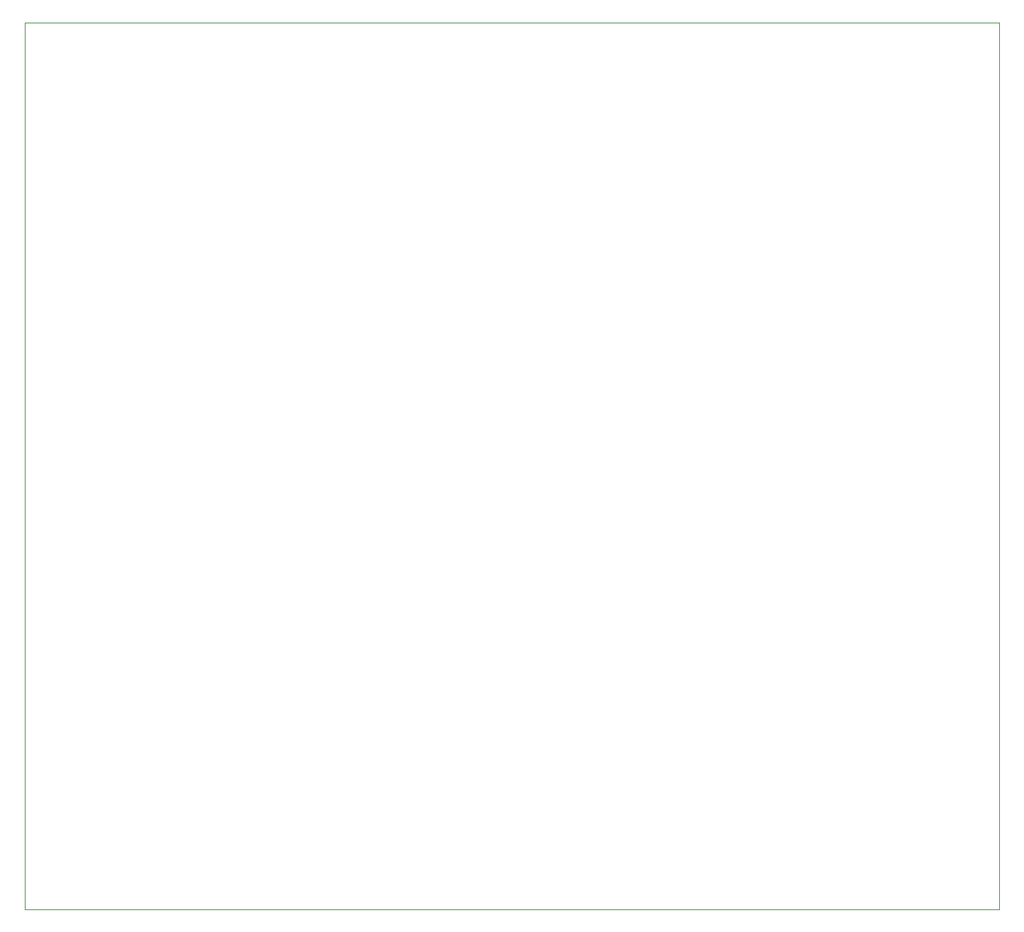
<source format=gbr>
%TF.GenerationSoftware,KiCad,Pcbnew,(5.1.9)-1*%
%TF.CreationDate,2021-04-24T16:44:34+01:00*%
%TF.ProjectId,PowerPole,506f7765-7250-46f6-9c65-2e6b69636164,rev?*%
%TF.SameCoordinates,Original*%
%TF.FileFunction,Profile,NP*%
%FSLAX46Y46*%
G04 Gerber Fmt 4.6, Leading zero omitted, Abs format (unit mm)*
G04 Created by KiCad (PCBNEW (5.1.9)-1) date 2021-04-24 16:44:34*
%MOMM*%
%LPD*%
G01*
G04 APERTURE LIST*
%TA.AperFunction,Profile*%
%ADD10C,0.100000*%
%TD*%
G04 APERTURE END LIST*
D10*
X200660000Y-15240000D02*
X200660000Y-118110000D01*
X87630000Y-15240000D02*
X200660000Y-15240000D01*
X87630000Y-118110000D02*
X87630000Y-15240000D01*
X200660000Y-118110000D02*
X87630000Y-118110000D01*
M02*

</source>
